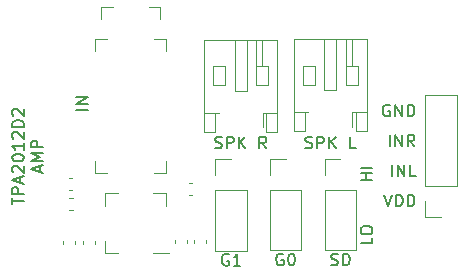
<source format=gbr>
%TF.GenerationSoftware,KiCad,Pcbnew,(6.0.0-0)*%
%TF.CreationDate,2022-08-17T21:27:20+02:00*%
%TF.ProjectId,tpa2012d2_amp_breakout,74706132-3031-4326-9432-5f616d705f62,rev?*%
%TF.SameCoordinates,Original*%
%TF.FileFunction,Legend,Top*%
%TF.FilePolarity,Positive*%
%FSLAX46Y46*%
G04 Gerber Fmt 4.6, Leading zero omitted, Abs format (unit mm)*
G04 Created by KiCad (PCBNEW (6.0.0-0)) date 2022-08-17 21:27:20*
%MOMM*%
%LPD*%
G01*
G04 APERTURE LIST*
%ADD10C,0.150000*%
%ADD11C,0.120000*%
G04 APERTURE END LIST*
D10*
X172152380Y-96914285D02*
X172152380Y-97390476D01*
X171152380Y-97390476D01*
X171152380Y-96390476D02*
X171152380Y-96200000D01*
X171200000Y-96104761D01*
X171295238Y-96009523D01*
X171485714Y-95961904D01*
X171819047Y-95961904D01*
X172009523Y-96009523D01*
X172104761Y-96104761D01*
X172152380Y-96200000D01*
X172152380Y-96390476D01*
X172104761Y-96485714D01*
X172009523Y-96580952D01*
X171819047Y-96628571D01*
X171485714Y-96628571D01*
X171295238Y-96580952D01*
X171200000Y-96485714D01*
X171152380Y-96390476D01*
X172152380Y-92023809D02*
X171152380Y-92023809D01*
X171628571Y-92023809D02*
X171628571Y-91452380D01*
X172152380Y-91452380D02*
X171152380Y-91452380D01*
X172152380Y-90976190D02*
X171152380Y-90976190D01*
X141647380Y-94095238D02*
X141647380Y-93523809D01*
X142647380Y-93809523D02*
X141647380Y-93809523D01*
X142647380Y-93190476D02*
X141647380Y-93190476D01*
X141647380Y-92809523D01*
X141695000Y-92714285D01*
X141742619Y-92666666D01*
X141837857Y-92619047D01*
X141980714Y-92619047D01*
X142075952Y-92666666D01*
X142123571Y-92714285D01*
X142171190Y-92809523D01*
X142171190Y-93190476D01*
X142361666Y-92238095D02*
X142361666Y-91761904D01*
X142647380Y-92333333D02*
X141647380Y-92000000D01*
X142647380Y-91666666D01*
X141742619Y-91380952D02*
X141695000Y-91333333D01*
X141647380Y-91238095D01*
X141647380Y-91000000D01*
X141695000Y-90904761D01*
X141742619Y-90857142D01*
X141837857Y-90809523D01*
X141933095Y-90809523D01*
X142075952Y-90857142D01*
X142647380Y-91428571D01*
X142647380Y-90809523D01*
X141647380Y-90190476D02*
X141647380Y-90095238D01*
X141695000Y-90000000D01*
X141742619Y-89952380D01*
X141837857Y-89904761D01*
X142028333Y-89857142D01*
X142266428Y-89857142D01*
X142456904Y-89904761D01*
X142552142Y-89952380D01*
X142599761Y-90000000D01*
X142647380Y-90095238D01*
X142647380Y-90190476D01*
X142599761Y-90285714D01*
X142552142Y-90333333D01*
X142456904Y-90380952D01*
X142266428Y-90428571D01*
X142028333Y-90428571D01*
X141837857Y-90380952D01*
X141742619Y-90333333D01*
X141695000Y-90285714D01*
X141647380Y-90190476D01*
X142647380Y-88904761D02*
X142647380Y-89476190D01*
X142647380Y-89190476D02*
X141647380Y-89190476D01*
X141790238Y-89285714D01*
X141885476Y-89380952D01*
X141933095Y-89476190D01*
X141742619Y-88523809D02*
X141695000Y-88476190D01*
X141647380Y-88380952D01*
X141647380Y-88142857D01*
X141695000Y-88047619D01*
X141742619Y-88000000D01*
X141837857Y-87952380D01*
X141933095Y-87952380D01*
X142075952Y-88000000D01*
X142647380Y-88571428D01*
X142647380Y-87952380D01*
X142647380Y-87523809D02*
X141647380Y-87523809D01*
X141647380Y-87285714D01*
X141695000Y-87142857D01*
X141790238Y-87047619D01*
X141885476Y-87000000D01*
X142075952Y-86952380D01*
X142218809Y-86952380D01*
X142409285Y-87000000D01*
X142504523Y-87047619D01*
X142599761Y-87142857D01*
X142647380Y-87285714D01*
X142647380Y-87523809D01*
X141742619Y-86571428D02*
X141695000Y-86523809D01*
X141647380Y-86428571D01*
X141647380Y-86190476D01*
X141695000Y-86095238D01*
X141742619Y-86047619D01*
X141837857Y-86000000D01*
X141933095Y-86000000D01*
X142075952Y-86047619D01*
X142647380Y-86619047D01*
X142647380Y-86000000D01*
X143971666Y-91309523D02*
X143971666Y-90833333D01*
X144257380Y-91404761D02*
X143257380Y-91071428D01*
X144257380Y-90738095D01*
X144257380Y-90404761D02*
X143257380Y-90404761D01*
X143971666Y-90071428D01*
X143257380Y-89738095D01*
X144257380Y-89738095D01*
X144257380Y-89261904D02*
X143257380Y-89261904D01*
X143257380Y-88880952D01*
X143305000Y-88785714D01*
X143352619Y-88738095D01*
X143447857Y-88690476D01*
X143590714Y-88690476D01*
X143685952Y-88738095D01*
X143733571Y-88785714D01*
X143781190Y-88880952D01*
X143781190Y-89261904D01*
X148102380Y-86089404D02*
X147102380Y-86089404D01*
X148102380Y-85613214D02*
X147102380Y-85613214D01*
X148102380Y-85041785D01*
X147102380Y-85041785D01*
X173140595Y-93272380D02*
X173473928Y-94272380D01*
X173807261Y-93272380D01*
X174140595Y-94272380D02*
X174140595Y-93272380D01*
X174378690Y-93272380D01*
X174521547Y-93320000D01*
X174616785Y-93415238D01*
X174664404Y-93510476D01*
X174712023Y-93700952D01*
X174712023Y-93843809D01*
X174664404Y-94034285D01*
X174616785Y-94129523D01*
X174521547Y-94224761D01*
X174378690Y-94272380D01*
X174140595Y-94272380D01*
X175140595Y-94272380D02*
X175140595Y-93272380D01*
X175378690Y-93272380D01*
X175521547Y-93320000D01*
X175616785Y-93415238D01*
X175664404Y-93510476D01*
X175712023Y-93700952D01*
X175712023Y-93843809D01*
X175664404Y-94034285D01*
X175616785Y-94129523D01*
X175521547Y-94224761D01*
X175378690Y-94272380D01*
X175140595Y-94272380D01*
X173616785Y-85700000D02*
X173521547Y-85652380D01*
X173378690Y-85652380D01*
X173235833Y-85700000D01*
X173140595Y-85795238D01*
X173092976Y-85890476D01*
X173045357Y-86080952D01*
X173045357Y-86223809D01*
X173092976Y-86414285D01*
X173140595Y-86509523D01*
X173235833Y-86604761D01*
X173378690Y-86652380D01*
X173473928Y-86652380D01*
X173616785Y-86604761D01*
X173664404Y-86557142D01*
X173664404Y-86223809D01*
X173473928Y-86223809D01*
X174092976Y-86652380D02*
X174092976Y-85652380D01*
X174664404Y-86652380D01*
X174664404Y-85652380D01*
X175140595Y-86652380D02*
X175140595Y-85652380D01*
X175378690Y-85652380D01*
X175521547Y-85700000D01*
X175616785Y-85795238D01*
X175664404Y-85890476D01*
X175712023Y-86080952D01*
X175712023Y-86223809D01*
X175664404Y-86414285D01*
X175616785Y-86509523D01*
X175521547Y-86604761D01*
X175378690Y-86652380D01*
X175140595Y-86652380D01*
X173616785Y-89192380D02*
X173616785Y-88192380D01*
X174092976Y-89192380D02*
X174092976Y-88192380D01*
X174664404Y-89192380D01*
X174664404Y-88192380D01*
X175712023Y-89192380D02*
X175378690Y-88716190D01*
X175140595Y-89192380D02*
X175140595Y-88192380D01*
X175521547Y-88192380D01*
X175616785Y-88240000D01*
X175664404Y-88287619D01*
X175712023Y-88382857D01*
X175712023Y-88525714D01*
X175664404Y-88620952D01*
X175616785Y-88668571D01*
X175521547Y-88716190D01*
X175140595Y-88716190D01*
X173807261Y-91732380D02*
X173807261Y-90732380D01*
X174283452Y-91732380D02*
X174283452Y-90732380D01*
X174854880Y-91732380D01*
X174854880Y-90732380D01*
X175807261Y-91732380D02*
X175331071Y-91732380D01*
X175331071Y-90732380D01*
%TO.C,J105*%
X168664285Y-99204761D02*
X168807142Y-99252380D01*
X169045238Y-99252380D01*
X169140476Y-99204761D01*
X169188095Y-99157142D01*
X169235714Y-99061904D01*
X169235714Y-98966666D01*
X169188095Y-98871428D01*
X169140476Y-98823809D01*
X169045238Y-98776190D01*
X168854761Y-98728571D01*
X168759523Y-98680952D01*
X168711904Y-98633333D01*
X168664285Y-98538095D01*
X168664285Y-98442857D01*
X168711904Y-98347619D01*
X168759523Y-98300000D01*
X168854761Y-98252380D01*
X169092857Y-98252380D01*
X169235714Y-98300000D01*
X169664285Y-99252380D02*
X169664285Y-98252380D01*
X169902380Y-98252380D01*
X170045238Y-98300000D01*
X170140476Y-98395238D01*
X170188095Y-98490476D01*
X170235714Y-98680952D01*
X170235714Y-98823809D01*
X170188095Y-99014285D01*
X170140476Y-99109523D01*
X170045238Y-99204761D01*
X169902380Y-99252380D01*
X169664285Y-99252380D01*
%TO.C,J107*%
X159985714Y-98325000D02*
X159890476Y-98277380D01*
X159747619Y-98277380D01*
X159604761Y-98325000D01*
X159509523Y-98420238D01*
X159461904Y-98515476D01*
X159414285Y-98705952D01*
X159414285Y-98848809D01*
X159461904Y-99039285D01*
X159509523Y-99134523D01*
X159604761Y-99229761D01*
X159747619Y-99277380D01*
X159842857Y-99277380D01*
X159985714Y-99229761D01*
X160033333Y-99182142D01*
X160033333Y-98848809D01*
X159842857Y-98848809D01*
X160985714Y-99277380D02*
X160414285Y-99277380D01*
X160700000Y-99277380D02*
X160700000Y-98277380D01*
X160604761Y-98420238D01*
X160509523Y-98515476D01*
X160414285Y-98563095D01*
%TO.C,J102*%
X166487991Y-89304761D02*
X166630848Y-89352380D01*
X166868943Y-89352380D01*
X166964181Y-89304761D01*
X167011800Y-89257142D01*
X167059420Y-89161904D01*
X167059420Y-89066666D01*
X167011800Y-88971428D01*
X166964181Y-88923809D01*
X166868943Y-88876190D01*
X166678467Y-88828571D01*
X166583229Y-88780952D01*
X166535610Y-88733333D01*
X166487991Y-88638095D01*
X166487991Y-88542857D01*
X166535610Y-88447619D01*
X166583229Y-88400000D01*
X166678467Y-88352380D01*
X166916562Y-88352380D01*
X167059420Y-88400000D01*
X167487991Y-89352380D02*
X167487991Y-88352380D01*
X167868943Y-88352380D01*
X167964181Y-88400000D01*
X168011800Y-88447619D01*
X168059420Y-88542857D01*
X168059420Y-88685714D01*
X168011800Y-88780952D01*
X167964181Y-88828571D01*
X167868943Y-88876190D01*
X167487991Y-88876190D01*
X168487991Y-89352380D02*
X168487991Y-88352380D01*
X169059420Y-89352380D02*
X168630848Y-88780952D01*
X169059420Y-88352380D02*
X168487991Y-88923809D01*
X170726086Y-89352380D02*
X170249896Y-89352380D01*
X170249896Y-88352380D01*
%TO.C,J103*%
X158833333Y-89304761D02*
X158976190Y-89352380D01*
X159214285Y-89352380D01*
X159309523Y-89304761D01*
X159357142Y-89257142D01*
X159404761Y-89161904D01*
X159404761Y-89066666D01*
X159357142Y-88971428D01*
X159309523Y-88923809D01*
X159214285Y-88876190D01*
X159023809Y-88828571D01*
X158928571Y-88780952D01*
X158880952Y-88733333D01*
X158833333Y-88638095D01*
X158833333Y-88542857D01*
X158880952Y-88447619D01*
X158928571Y-88400000D01*
X159023809Y-88352380D01*
X159261904Y-88352380D01*
X159404761Y-88400000D01*
X159833333Y-89352380D02*
X159833333Y-88352380D01*
X160214285Y-88352380D01*
X160309523Y-88400000D01*
X160357142Y-88447619D01*
X160404761Y-88542857D01*
X160404761Y-88685714D01*
X160357142Y-88780952D01*
X160309523Y-88828571D01*
X160214285Y-88876190D01*
X159833333Y-88876190D01*
X160833333Y-89352380D02*
X160833333Y-88352380D01*
X161404761Y-89352380D02*
X160976190Y-88780952D01*
X161404761Y-88352380D02*
X160833333Y-88923809D01*
X163166666Y-89352380D02*
X162833333Y-88876190D01*
X162595238Y-89352380D02*
X162595238Y-88352380D01*
X162976190Y-88352380D01*
X163071428Y-88400000D01*
X163119047Y-88447619D01*
X163166666Y-88542857D01*
X163166666Y-88685714D01*
X163119047Y-88780952D01*
X163071428Y-88828571D01*
X162976190Y-88876190D01*
X162595238Y-88876190D01*
%TO.C,J106*%
X164585714Y-98300000D02*
X164490476Y-98252380D01*
X164347619Y-98252380D01*
X164204761Y-98300000D01*
X164109523Y-98395238D01*
X164061904Y-98490476D01*
X164014285Y-98680952D01*
X164014285Y-98823809D01*
X164061904Y-99014285D01*
X164109523Y-99109523D01*
X164204761Y-99204761D01*
X164347619Y-99252380D01*
X164442857Y-99252380D01*
X164585714Y-99204761D01*
X164633333Y-99157142D01*
X164633333Y-98823809D01*
X164442857Y-98823809D01*
X165252380Y-98252380D02*
X165347619Y-98252380D01*
X165442857Y-98300000D01*
X165490476Y-98347619D01*
X165538095Y-98442857D01*
X165585714Y-98633333D01*
X165585714Y-98871428D01*
X165538095Y-99061904D01*
X165490476Y-99157142D01*
X165442857Y-99204761D01*
X165347619Y-99252380D01*
X165252380Y-99252380D01*
X165157142Y-99204761D01*
X165109523Y-99157142D01*
X165061904Y-99061904D01*
X165014285Y-98871428D01*
X165014285Y-98633333D01*
X165061904Y-98442857D01*
X165109523Y-98347619D01*
X165157142Y-98300000D01*
X165252380Y-98252380D01*
D11*
%TO.C,C301*%
X146740580Y-91890000D02*
X146459420Y-91890000D01*
X146740580Y-92910000D02*
X146459420Y-92910000D01*
%TO.C,C306*%
X147690000Y-97440580D02*
X147690000Y-97159420D01*
X148710000Y-97440580D02*
X148710000Y-97159420D01*
%TO.C,C302*%
X156460000Y-97390580D02*
X156460000Y-97109420D01*
X155440000Y-97390580D02*
X155440000Y-97109420D01*
%TO.C,J105*%
X168120000Y-92845000D02*
X168120000Y-97985000D01*
X168120000Y-97985000D02*
X170780000Y-97985000D01*
X168120000Y-91575000D02*
X168120000Y-90245000D01*
X170780000Y-92845000D02*
X170780000Y-97985000D01*
X168120000Y-90245000D02*
X169450000Y-90245000D01*
X168120000Y-92845000D02*
X170780000Y-92845000D01*
%TO.C,J104*%
X154700000Y-81100000D02*
X154700000Y-80100000D01*
X148700000Y-91400000D02*
X148700000Y-90400000D01*
X154700000Y-90400000D02*
X154700000Y-91400000D01*
X154200000Y-78400000D02*
X154200000Y-77400000D01*
X149200000Y-77400000D02*
X150200000Y-77400000D01*
X154200000Y-77400000D02*
X153200000Y-77400000D01*
X148700000Y-80100000D02*
X149700000Y-80100000D01*
X154700000Y-80100000D02*
X153700000Y-80100000D01*
X154700000Y-91400000D02*
X153700000Y-91400000D01*
X149200000Y-78400000D02*
X149200000Y-77400000D01*
X149700000Y-91400000D02*
X148700000Y-91400000D01*
X148700000Y-81100000D02*
X148700000Y-80100000D01*
%TO.C,C303*%
X158060000Y-97390580D02*
X158060000Y-97109420D01*
X157040000Y-97390580D02*
X157040000Y-97109420D01*
%TO.C,J107*%
X158870000Y-92870000D02*
X158870000Y-98010000D01*
X158870000Y-90270000D02*
X160200000Y-90270000D01*
X161530000Y-92870000D02*
X161530000Y-98010000D01*
X158870000Y-92870000D02*
X161530000Y-92870000D01*
X158870000Y-91600000D02*
X158870000Y-90270000D01*
X158870000Y-98010000D02*
X161530000Y-98010000D01*
%TO.C,U301*%
X154650000Y-93150000D02*
X154650000Y-94200000D01*
X149550000Y-98250000D02*
X149550000Y-97200000D01*
X150600000Y-93150000D02*
X149550000Y-93150000D01*
X149550000Y-93150000D02*
X149550000Y-94200000D01*
X153600000Y-93150000D02*
X154650000Y-93150000D01*
X150600000Y-98250000D02*
X149550000Y-98250000D01*
X153600000Y-98250000D02*
X154900000Y-98250000D01*
%TO.C,J102*%
X171660000Y-80090000D02*
X165540000Y-80090000D01*
X166460000Y-86310000D02*
X166740000Y-86310000D01*
X167300000Y-83950000D02*
X166300000Y-83950000D01*
X169100000Y-80090000D02*
X169100000Y-84450000D01*
X166300000Y-83950000D02*
X166300000Y-82350000D01*
X168100000Y-84450000D02*
X168100000Y-80090000D01*
X170460000Y-86310000D02*
X170460000Y-87525000D01*
X170400000Y-82350000D02*
X170400000Y-80090000D01*
X169900000Y-82350000D02*
X169900000Y-83950000D01*
X170900000Y-82350000D02*
X169900000Y-82350000D01*
X165540000Y-80090000D02*
X165540000Y-87910000D01*
X165540000Y-86310000D02*
X166460000Y-86310000D01*
X169100000Y-84450000D02*
X168100000Y-84450000D01*
X170740000Y-87910000D02*
X171660000Y-87910000D01*
X167300000Y-82350000D02*
X167300000Y-83950000D01*
X171660000Y-86310000D02*
X170740000Y-86310000D01*
X169900000Y-83950000D02*
X170900000Y-83950000D01*
X166460000Y-87910000D02*
X166460000Y-86310000D01*
X170460000Y-86310000D02*
X170740000Y-86310000D01*
X165540000Y-87910000D02*
X166460000Y-87910000D01*
X170740000Y-86310000D02*
X170740000Y-87910000D01*
X166300000Y-82350000D02*
X167300000Y-82350000D01*
X170900000Y-83950000D02*
X170900000Y-82350000D01*
X169900000Y-82350000D02*
X169900000Y-80090000D01*
X171660000Y-87910000D02*
X171660000Y-80090000D01*
%TO.C,J103*%
X159700000Y-82400000D02*
X159700000Y-84000000D01*
X158860000Y-86360000D02*
X159140000Y-86360000D01*
X158700000Y-84000000D02*
X158700000Y-82400000D01*
X162300000Y-84000000D02*
X163300000Y-84000000D01*
X157940000Y-86360000D02*
X158860000Y-86360000D01*
X164060000Y-80140000D02*
X157940000Y-80140000D01*
X160500000Y-84500000D02*
X160500000Y-80140000D01*
X164060000Y-87960000D02*
X164060000Y-80140000D01*
X158700000Y-82400000D02*
X159700000Y-82400000D01*
X158860000Y-87960000D02*
X158860000Y-86360000D01*
X157940000Y-87960000D02*
X158860000Y-87960000D01*
X163300000Y-84000000D02*
X163300000Y-82400000D01*
X161500000Y-84500000D02*
X160500000Y-84500000D01*
X162860000Y-86360000D02*
X163140000Y-86360000D01*
X162860000Y-86360000D02*
X162860000Y-87575000D01*
X162300000Y-82400000D02*
X162300000Y-84000000D01*
X163300000Y-82400000D02*
X162300000Y-82400000D01*
X163140000Y-87960000D02*
X164060000Y-87960000D01*
X157940000Y-80140000D02*
X157940000Y-87960000D01*
X162300000Y-82400000D02*
X162300000Y-80140000D01*
X164060000Y-86360000D02*
X163140000Y-86360000D01*
X162800000Y-82400000D02*
X162800000Y-80140000D01*
X163140000Y-86360000D02*
X163140000Y-87960000D01*
X159700000Y-84000000D02*
X158700000Y-84000000D01*
X161500000Y-80140000D02*
X161500000Y-84500000D01*
%TO.C,C304*%
X147010000Y-97159420D02*
X147010000Y-97440580D01*
X145990000Y-97159420D02*
X145990000Y-97440580D01*
%TO.C,J101*%
X177975000Y-95130000D02*
X176645000Y-95130000D01*
X179305000Y-84850000D02*
X176645000Y-84850000D01*
X176645000Y-92530000D02*
X176645000Y-84850000D01*
X179305000Y-92530000D02*
X176645000Y-92530000D01*
X179305000Y-92530000D02*
X179305000Y-84850000D01*
X176645000Y-95130000D02*
X176645000Y-93800000D01*
%TO.C,C305*%
X156890580Y-93310000D02*
X156609420Y-93310000D01*
X156890580Y-92290000D02*
X156609420Y-92290000D01*
%TO.C,C307*%
X146765580Y-93590000D02*
X146484420Y-93590000D01*
X146765580Y-94610000D02*
X146484420Y-94610000D01*
%TO.C,J106*%
X163470000Y-92845000D02*
X163470000Y-97985000D01*
X166130000Y-92845000D02*
X166130000Y-97985000D01*
X163470000Y-92845000D02*
X166130000Y-92845000D01*
X163470000Y-97985000D02*
X166130000Y-97985000D01*
X163470000Y-91575000D02*
X163470000Y-90245000D01*
X163470000Y-90245000D02*
X164800000Y-90245000D01*
%TD*%
M02*

</source>
